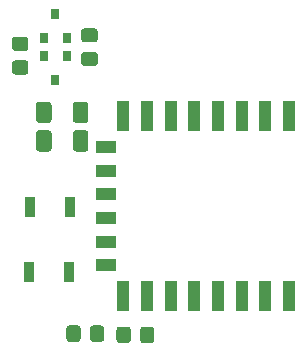
<source format=gtp>
%TF.GenerationSoftware,KiCad,Pcbnew,(5.1.12)-1*%
%TF.CreationDate,2023-06-07T09:52:28-07:00*%
%TF.ProjectId,hp breakout remote relay,68702062-7265-4616-9b6f-75742072656d,rev?*%
%TF.SameCoordinates,Original*%
%TF.FileFunction,Paste,Top*%
%TF.FilePolarity,Positive*%
%FSLAX46Y46*%
G04 Gerber Fmt 4.6, Leading zero omitted, Abs format (unit mm)*
G04 Created by KiCad (PCBNEW (5.1.12)-1) date 2023-06-07 09:52:28*
%MOMM*%
%LPD*%
G01*
G04 APERTURE LIST*
%ADD10R,1.000000X2.500000*%
%ADD11R,1.800000X1.000000*%
%ADD12R,0.800000X0.900000*%
%ADD13R,0.900000X1.700000*%
G04 APERTURE END LIST*
D10*
%TO.C,U2*%
X178696500Y-74696000D03*
X176696500Y-74696000D03*
X174696500Y-74696000D03*
X172696500Y-74696000D03*
X170696500Y-74696000D03*
X168696500Y-74696000D03*
X166696500Y-74696000D03*
X164696500Y-74696000D03*
D11*
X163196500Y-77296000D03*
X163196500Y-79296000D03*
X163196500Y-81296000D03*
X163196500Y-83296000D03*
X163196500Y-85296000D03*
X163196500Y-87296000D03*
D10*
X164696500Y-89896000D03*
X166696500Y-89896000D03*
X168696500Y-89896000D03*
X170696500Y-89896000D03*
X172696500Y-89896000D03*
X174696500Y-89896000D03*
X176696500Y-89896000D03*
X178696500Y-89896000D03*
%TD*%
%TO.C,C1*%
G36*
G01*
X157287000Y-75008501D02*
X157287000Y-73708499D01*
G75*
G02*
X157536999Y-73458500I249999J0D01*
G01*
X158362001Y-73458500D01*
G75*
G02*
X158612000Y-73708499I0J-249999D01*
G01*
X158612000Y-75008501D01*
G75*
G02*
X158362001Y-75258500I-249999J0D01*
G01*
X157536999Y-75258500D01*
G75*
G02*
X157287000Y-75008501I0J249999D01*
G01*
G37*
G36*
G01*
X160412000Y-75008501D02*
X160412000Y-73708499D01*
G75*
G02*
X160661999Y-73458500I249999J0D01*
G01*
X161487001Y-73458500D01*
G75*
G02*
X161737000Y-73708499I0J-249999D01*
G01*
X161737000Y-75008501D01*
G75*
G02*
X161487001Y-75258500I-249999J0D01*
G01*
X160661999Y-75258500D01*
G75*
G02*
X160412000Y-75008501I0J249999D01*
G01*
G37*
%TD*%
%TO.C,C2*%
G36*
G01*
X160412000Y-77421501D02*
X160412000Y-76121499D01*
G75*
G02*
X160661999Y-75871500I249999J0D01*
G01*
X161487001Y-75871500D01*
G75*
G02*
X161737000Y-76121499I0J-249999D01*
G01*
X161737000Y-77421501D01*
G75*
G02*
X161487001Y-77671500I-249999J0D01*
G01*
X160661999Y-77671500D01*
G75*
G02*
X160412000Y-77421501I0J249999D01*
G01*
G37*
G36*
G01*
X157287000Y-77421501D02*
X157287000Y-76121499D01*
G75*
G02*
X157536999Y-75871500I249999J0D01*
G01*
X158362001Y-75871500D01*
G75*
G02*
X158612000Y-76121499I0J-249999D01*
G01*
X158612000Y-77421501D01*
G75*
G02*
X158362001Y-77671500I-249999J0D01*
G01*
X157536999Y-77671500D01*
G75*
G02*
X157287000Y-77421501I0J249999D01*
G01*
G37*
%TD*%
D12*
%TO.C,Q1*%
X158938000Y-66021200D03*
X159888000Y-68021200D03*
X157988000Y-68021200D03*
%TD*%
%TO.C,Q2*%
X159877800Y-69586600D03*
X157977800Y-69586600D03*
X158927800Y-71586600D03*
%TD*%
%TO.C,R3*%
G36*
G01*
X163067800Y-92649999D02*
X163067800Y-93550001D01*
G75*
G02*
X162817801Y-93800000I-249999J0D01*
G01*
X162117799Y-93800000D01*
G75*
G02*
X161867800Y-93550001I0J249999D01*
G01*
X161867800Y-92649999D01*
G75*
G02*
X162117799Y-92400000I249999J0D01*
G01*
X162817801Y-92400000D01*
G75*
G02*
X163067800Y-92649999I0J-249999D01*
G01*
G37*
G36*
G01*
X161067800Y-92649999D02*
X161067800Y-93550001D01*
G75*
G02*
X160817801Y-93800000I-249999J0D01*
G01*
X160117799Y-93800000D01*
G75*
G02*
X159867800Y-93550001I0J249999D01*
G01*
X159867800Y-92649999D01*
G75*
G02*
X160117799Y-92400000I249999J0D01*
G01*
X160817801Y-92400000D01*
G75*
G02*
X161067800Y-92649999I0J-249999D01*
G01*
G37*
%TD*%
%TO.C,R10*%
G36*
G01*
X167309600Y-92749999D02*
X167309600Y-93650001D01*
G75*
G02*
X167059601Y-93900000I-249999J0D01*
G01*
X166359599Y-93900000D01*
G75*
G02*
X166109600Y-93650001I0J249999D01*
G01*
X166109600Y-92749999D01*
G75*
G02*
X166359599Y-92500000I249999J0D01*
G01*
X167059601Y-92500000D01*
G75*
G02*
X167309600Y-92749999I0J-249999D01*
G01*
G37*
G36*
G01*
X165309600Y-92749999D02*
X165309600Y-93650001D01*
G75*
G02*
X165059601Y-93900000I-249999J0D01*
G01*
X164359599Y-93900000D01*
G75*
G02*
X164109600Y-93650001I0J249999D01*
G01*
X164109600Y-92749999D01*
G75*
G02*
X164359599Y-92500000I249999J0D01*
G01*
X165059601Y-92500000D01*
G75*
G02*
X165309600Y-92749999I0J-249999D01*
G01*
G37*
%TD*%
%TO.C,R11*%
G36*
G01*
X162273401Y-68434000D02*
X161373399Y-68434000D01*
G75*
G02*
X161123400Y-68184001I0J249999D01*
G01*
X161123400Y-67483999D01*
G75*
G02*
X161373399Y-67234000I249999J0D01*
G01*
X162273401Y-67234000D01*
G75*
G02*
X162523400Y-67483999I0J-249999D01*
G01*
X162523400Y-68184001D01*
G75*
G02*
X162273401Y-68434000I-249999J0D01*
G01*
G37*
G36*
G01*
X162273401Y-70434000D02*
X161373399Y-70434000D01*
G75*
G02*
X161123400Y-70184001I0J249999D01*
G01*
X161123400Y-69483999D01*
G75*
G02*
X161373399Y-69234000I249999J0D01*
G01*
X162273401Y-69234000D01*
G75*
G02*
X162523400Y-69483999I0J-249999D01*
G01*
X162523400Y-70184001D01*
G75*
G02*
X162273401Y-70434000I-249999J0D01*
G01*
G37*
%TD*%
%TO.C,R12*%
G36*
G01*
X155505999Y-67961200D02*
X156406001Y-67961200D01*
G75*
G02*
X156656000Y-68211199I0J-249999D01*
G01*
X156656000Y-68911201D01*
G75*
G02*
X156406001Y-69161200I-249999J0D01*
G01*
X155505999Y-69161200D01*
G75*
G02*
X155256000Y-68911201I0J249999D01*
G01*
X155256000Y-68211199D01*
G75*
G02*
X155505999Y-67961200I249999J0D01*
G01*
G37*
G36*
G01*
X155505999Y-69961200D02*
X156406001Y-69961200D01*
G75*
G02*
X156656000Y-70211199I0J-249999D01*
G01*
X156656000Y-70911201D01*
G75*
G02*
X156406001Y-71161200I-249999J0D01*
G01*
X155505999Y-71161200D01*
G75*
G02*
X155256000Y-70911201I0J249999D01*
G01*
X155256000Y-70211199D01*
G75*
G02*
X155505999Y-69961200I249999J0D01*
G01*
G37*
%TD*%
D13*
%TO.C,SW1*%
X160100000Y-87900000D03*
X156700000Y-87900000D03*
%TD*%
%TO.C,SW2*%
X160200000Y-82400000D03*
X156800000Y-82400000D03*
%TD*%
M02*

</source>
